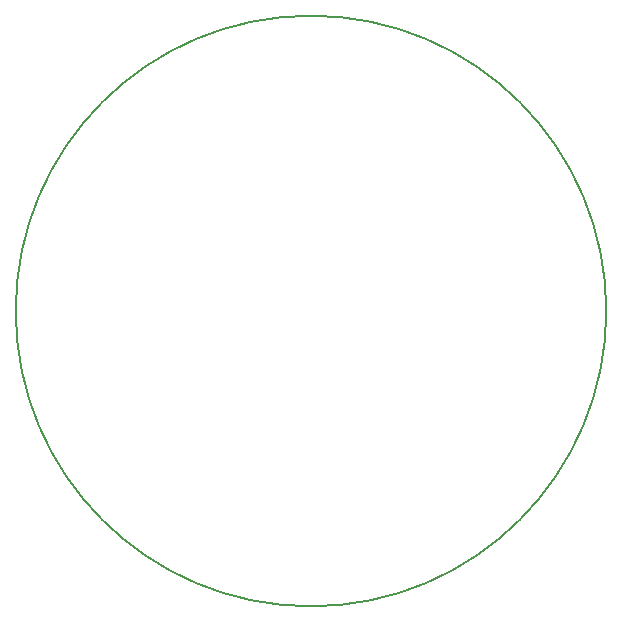
<source format=gm1>
G04 #@! TF.FileFunction,Profile,NP*
%FSLAX46Y46*%
G04 Gerber Fmt 4.6, Leading zero omitted, Abs format (unit mm)*
G04 Created by KiCad (PCBNEW 4.0.7) date 03/22/19 21:38:21*
%MOMM*%
%LPD*%
G01*
G04 APERTURE LIST*
%ADD10C,0.100000*%
%ADD11C,0.150000*%
G04 APERTURE END LIST*
D10*
D11*
X70241800Y-103222000D02*
G75*
G03X70241800Y-103222000I-25001800J0D01*
G01*
M02*

</source>
